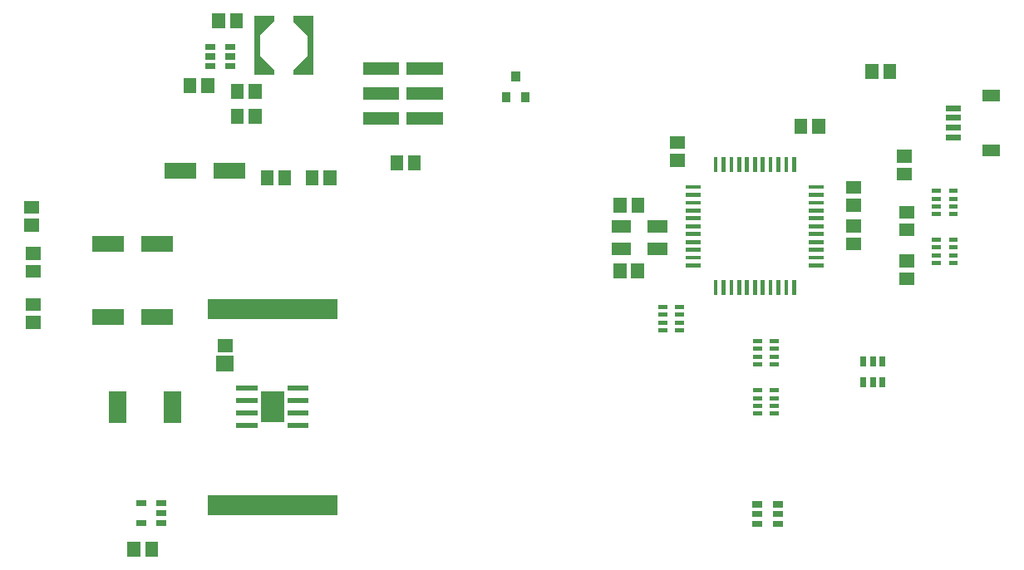
<source format=gbr>
G04 start of page 10 for group -4015 idx -4015 *
G04 Title: (unknown), toppaste *
G04 Creator: pcb 20140316 *
G04 CreationDate: Thu 20 Aug 2020 03:11:42 AM GMT UTC *
G04 For: railfan *
G04 Format: Gerber/RS-274X *
G04 PCB-Dimensions (mil): 4000.00 2900.00 *
G04 PCB-Coordinate-Origin: lower left *
%MOIN*%
%FSLAX25Y25*%
%LNTOPPASTE*%
%ADD129R,0.0612X0.0612*%
%ADD128R,0.0709X0.0709*%
%ADD127R,0.0472X0.0472*%
%ADD126R,0.0236X0.0236*%
%ADD125R,0.0340X0.0340*%
%ADD124R,0.0157X0.0157*%
%ADD123R,0.0800X0.0800*%
%ADD122R,0.0945X0.0945*%
%ADD121R,0.0650X0.0650*%
%ADD120R,0.0200X0.0200*%
%ADD119C,0.0001*%
%ADD118R,0.0230X0.0230*%
%ADD117R,0.0240X0.0240*%
%ADD116R,0.0500X0.0500*%
%ADD115R,0.0630X0.0630*%
%ADD114R,0.0512X0.0512*%
%ADD113R,0.0167X0.0167*%
G54D113*X299717Y132224D02*X301587D01*
X299717Y129075D02*X301587D01*
X299717Y125925D02*X301587D01*
X299717Y122776D02*X301587D01*
X306413D02*X308283D01*
X306413Y125925D02*X308283D01*
X306413Y129075D02*X308283D01*
X306413Y132224D02*X308283D01*
G54D114*X346414Y260393D02*Y259607D01*
X353500Y260393D02*Y259607D01*
G54D115*X66008Y220300D02*X72307D01*
X85693D02*X91992D01*
G54D114*X155914Y223893D02*Y223107D01*
X163000Y223893D02*Y223107D01*
X57543Y68893D02*Y68107D01*
X50457Y68893D02*Y68107D01*
G54D116*X144876Y261100D02*X154364D01*
X144876Y251100D02*X154364D01*
X144876Y241100D02*X154364D01*
X162356D02*X171844D01*
X162356Y251100D02*X171844D01*
X162356Y261100D02*X171844D01*
G54D114*X99043Y252493D02*Y251707D01*
X91957Y252493D02*Y251707D01*
X72957Y254893D02*Y254107D01*
X80043Y254893D02*Y254107D01*
G54D117*X80200Y270000D02*X81800D01*
X80200Y266100D02*X81800D01*
X80200Y262200D02*X81800D01*
X88400D02*X90000D01*
X88400Y266100D02*X90000D01*
X88400Y270000D02*X90000D01*
G54D114*X99043Y242593D02*Y241807D01*
X91957Y242593D02*Y241807D01*
G54D118*X99850Y281150D02*Y259750D01*
X105450D01*
X99850Y281150D02*X105450D01*
X121250D02*Y259750D01*
X115650D02*X121250D01*
X115650Y281150D02*X121250D01*
G54D119*G36*
X101000Y266494D02*X106594Y260900D01*
X104473Y258779D01*
X98879Y264373D01*
X101000Y266494D01*
G37*
G36*
X98879Y276527D02*X104473Y282121D01*
X106594Y280000D01*
X101000Y274406D01*
X98879Y276527D01*
G37*
G36*
X114506Y260900D02*X120100Y266494D01*
X122221Y264373D01*
X116627Y258779D01*
X114506Y260900D01*
G37*
G36*
X116627Y282121D02*X122221Y276527D01*
X120100Y274406D01*
X114506Y280000D01*
X116627Y282121D01*
G37*
G36*
X99200Y262700D02*Y259100D01*
X102800D01*
Y262700D01*
X99200D01*
G37*
G36*
Y281800D02*Y278200D01*
X102800D01*
Y281800D01*
X99200D01*
G37*
G36*
X118300Y262700D02*Y259100D01*
X121900D01*
Y262700D01*
X118300D01*
G37*
G36*
Y281800D02*Y278200D01*
X121900D01*
Y281800D01*
X118300D01*
G37*
G54D114*X9107Y198414D02*X9893D01*
X9107Y205500D02*X9893D01*
X84457Y280893D02*Y280107D01*
X91543Y280893D02*Y280107D01*
G54D115*X56693Y161500D02*X62992D01*
X37008D02*X43307D01*
X56693Y191000D02*X62992D01*
X37008D02*X43307D01*
G54D120*X113000Y118000D02*X119500D01*
X113000Y123000D02*X119500D01*
X113000Y128000D02*X119500D01*
X113000Y133000D02*X119500D01*
X92500D02*X99000D01*
X92500Y128000D02*X99000D01*
X92500Y123000D02*X99000D01*
X92500Y118000D02*X99000D01*
G54D121*X106000Y126580D02*Y124420D01*
G54D122*Y126880D02*Y124120D01*
G54D114*X103914Y217893D02*Y217107D01*
X111000Y217893D02*Y217107D01*
G54D117*X52500Y86800D02*X54100D01*
X52500Y79000D02*X54100D01*
X60700D02*X62300D01*
X60700Y82900D02*X62300D01*
X60700Y86800D02*X62300D01*
G54D114*X121957Y217893D02*Y217107D01*
X129043Y217893D02*Y217107D01*
G54D123*X84000Y86130D02*X128000D01*
X84000Y164870D02*X128000D01*
G54D114*X9607Y159457D02*X10393D01*
X9607Y166543D02*X10393D01*
X252543Y206893D02*Y206107D01*
X245457Y206893D02*Y206107D01*
X245371Y180393D02*Y179607D01*
X252457Y180393D02*Y179607D01*
G54D124*X272602Y213748D02*X277028D01*
X272602Y210599D02*X277028D01*
X272602Y207449D02*X277028D01*
X272602Y204300D02*X277028D01*
X272602Y201150D02*X277028D01*
X272602Y198000D02*X277028D01*
X272602Y194851D02*X277028D01*
X272602Y191701D02*X277028D01*
X272602Y188552D02*X277028D01*
X272602Y185402D02*X277028D01*
X272602Y182252D02*X277028D01*
X283752Y175528D02*Y171102D01*
X286901Y175528D02*Y171102D01*
X290051Y175528D02*Y171102D01*
X293200Y175528D02*Y171102D01*
X296350Y175528D02*Y171102D01*
X299500Y175528D02*Y171102D01*
X302649Y175528D02*Y171102D01*
X305799Y175528D02*Y171102D01*
X308948Y175528D02*Y171102D01*
X312098Y175528D02*Y171102D01*
X315248Y175528D02*Y171102D01*
X321972Y182252D02*X326398D01*
X321972Y185401D02*X326398D01*
X321972Y188551D02*X326398D01*
X321972Y191700D02*X326398D01*
X321972Y194850D02*X326398D01*
X321972Y198000D02*X326398D01*
X321972Y201149D02*X326398D01*
X321972Y204299D02*X326398D01*
X321972Y207448D02*X326398D01*
X321972Y210598D02*X326398D01*
X321972Y213748D02*X326398D01*
X315248Y224898D02*Y220472D01*
X312099Y224898D02*Y220472D01*
X308949Y224898D02*Y220472D01*
X305800Y224898D02*Y220472D01*
X302650Y224898D02*Y220472D01*
X299500Y224898D02*Y220472D01*
X296351Y224898D02*Y220472D01*
X293201Y224898D02*Y220472D01*
X290052Y224898D02*Y220472D01*
X286902Y224898D02*Y220472D01*
X283752Y224898D02*Y220472D01*
G54D114*X244556Y188944D02*X247311D01*
X259123D02*X261878D01*
X259123Y198000D02*X261878D01*
X244556D02*X247311D01*
X338607Y190957D02*X339393D01*
X338607Y198043D02*X339393D01*
X268107Y224457D02*X268893D01*
X268107Y231543D02*X268893D01*
G54D113*X261717Y165724D02*X263587D01*
X261717Y162575D02*X263587D01*
X261717Y159425D02*X263587D01*
X261717Y156276D02*X263587D01*
X268413D02*X270283D01*
X268413Y159425D02*X270283D01*
X268413Y162575D02*X270283D01*
X268413Y165724D02*X270283D01*
G54D117*X307800Y78600D02*X309400D01*
X307800Y82500D02*X309400D01*
X307800Y86400D02*X309400D01*
X299600D02*X301200D01*
X299600Y82500D02*X301200D01*
X299600Y78600D02*X301200D01*
G54D114*X9607Y179957D02*X10393D01*
X9607Y187043D02*X10393D01*
G54D125*X199700Y250100D02*Y249500D01*
X207500Y250100D02*Y249500D01*
X203600Y258300D02*Y257700D01*
G54D114*X338607Y213543D02*X339393D01*
X338607Y206457D02*X339393D01*
G54D117*X342900Y136200D02*Y134600D01*
X346800Y136200D02*Y134600D01*
X350700Y136200D02*Y134600D01*
Y144400D02*Y142800D01*
X346800Y144400D02*Y142800D01*
X342900Y144400D02*Y142800D01*
G54D114*X317957Y238393D02*Y237607D01*
X325043Y238393D02*Y237607D01*
G54D126*X377130Y233594D02*X380870D01*
X377130Y237531D02*X380870D01*
X377130Y241469D02*X380870D01*
X377130Y245406D02*X380870D01*
G54D127*X393075Y228476D02*X395437D01*
X393075Y250524D02*X395437D01*
G54D113*X378113Y183176D02*X379983D01*
X378113Y186325D02*X379983D01*
X378113Y189475D02*X379983D01*
X378113Y192624D02*X379983D01*
X371417D02*X373287D01*
X371417Y189475D02*X373287D01*
X371417Y186325D02*X373287D01*
X371417Y183176D02*X373287D01*
X378113Y202776D02*X379983D01*
X378113Y205925D02*X379983D01*
X378113Y209075D02*X379983D01*
X378113Y212224D02*X379983D01*
X371417D02*X373287D01*
X371417Y209075D02*X373287D01*
X371417Y205925D02*X373287D01*
X371417Y202776D02*X373287D01*
G54D114*X360107Y203643D02*X360893D01*
X360107Y196557D02*X360893D01*
X359107Y218957D02*X359893D01*
X359107Y226043D02*X359893D01*
X360107Y176957D02*X360893D01*
X360107Y184043D02*X360893D01*
G54D128*X66024Y128256D02*Y122744D01*
X43976Y128256D02*Y122744D01*
G54D114*X86607Y150043D02*X87393D01*
G54D129*X86607Y142957D02*X87393D01*
G54D113*X299717Y152024D02*X301587D01*
X299717Y148875D02*X301587D01*
X299717Y145725D02*X301587D01*
X299717Y142576D02*X301587D01*
X306413D02*X308283D01*
X306413Y145725D02*X308283D01*
X306413Y148875D02*X308283D01*
X306413Y152024D02*X308283D01*
M02*

</source>
